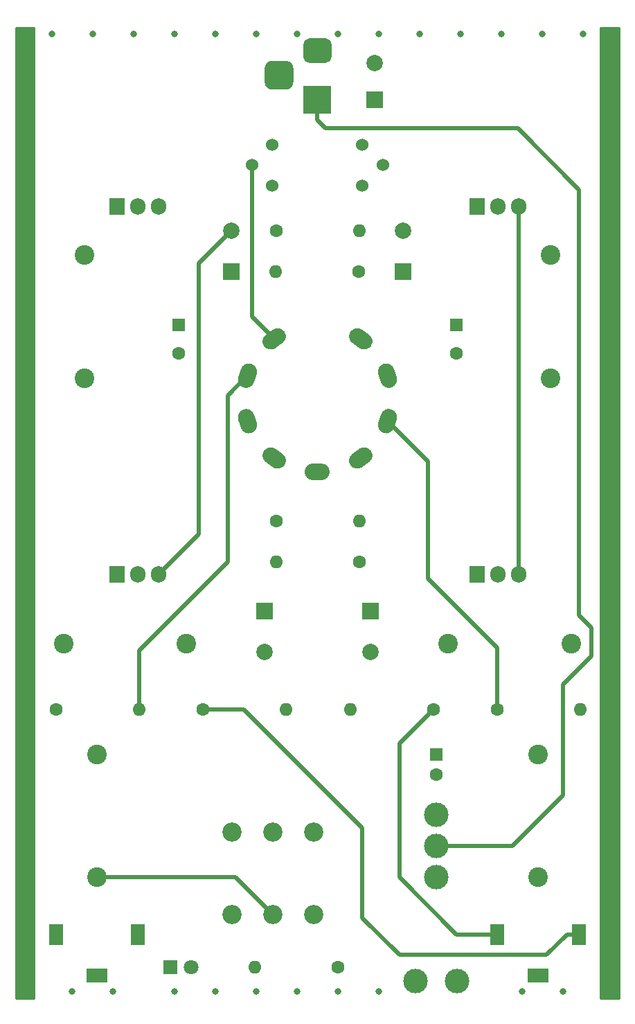
<source format=gbr>
G04 #@! TF.GenerationSoftware,KiCad,Pcbnew,(5.1.6)-1*
G04 #@! TF.CreationDate,2020-12-21T19:05:14-08:00*
G04 #@! TF.ProjectId,12AU7-Amplifier,31324155-372d-4416-9d70-6c6966696572,1.0*
G04 #@! TF.SameCoordinates,Original*
G04 #@! TF.FileFunction,Copper,L4,Bot*
G04 #@! TF.FilePolarity,Positive*
%FSLAX46Y46*%
G04 Gerber Fmt 4.6, Leading zero omitted, Abs format (unit mm)*
G04 Created by KiCad (PCBNEW (5.1.6)-1) date 2020-12-21 19:05:14*
%MOMM*%
%LPD*%
G01*
G04 APERTURE LIST*
G04 #@! TA.AperFunction,ComponentPad*
%ADD10C,2.400000*%
G04 #@! TD*
G04 #@! TA.AperFunction,ComponentPad*
%ADD11C,2.000000*%
G04 #@! TD*
G04 #@! TA.AperFunction,ComponentPad*
%ADD12R,2.000000X2.000000*%
G04 #@! TD*
G04 #@! TA.AperFunction,ComponentPad*
%ADD13O,1.905000X2.000000*%
G04 #@! TD*
G04 #@! TA.AperFunction,ComponentPad*
%ADD14R,1.905000X2.000000*%
G04 #@! TD*
G04 #@! TA.AperFunction,ComponentPad*
%ADD15O,1.600000X1.600000*%
G04 #@! TD*
G04 #@! TA.AperFunction,ComponentPad*
%ADD16C,1.600000*%
G04 #@! TD*
G04 #@! TA.AperFunction,ComponentPad*
%ADD17C,1.524000*%
G04 #@! TD*
G04 #@! TA.AperFunction,ComponentPad*
%ADD18R,1.600000X1.600000*%
G04 #@! TD*
G04 #@! TA.AperFunction,ComponentPad*
%ADD19C,3.000000*%
G04 #@! TD*
G04 #@! TA.AperFunction,ComponentPad*
%ADD20R,3.500000X3.500000*%
G04 #@! TD*
G04 #@! TA.AperFunction,ComponentPad*
%ADD21O,3.050000X2.030000*%
G04 #@! TD*
G04 #@! TA.AperFunction,ComponentPad*
%ADD22C,2.340000*%
G04 #@! TD*
G04 #@! TA.AperFunction,ComponentPad*
%ADD23R,2.500000X1.800000*%
G04 #@! TD*
G04 #@! TA.AperFunction,ComponentPad*
%ADD24R,1.800000X2.500000*%
G04 #@! TD*
G04 #@! TA.AperFunction,ComponentPad*
%ADD25C,1.800000*%
G04 #@! TD*
G04 #@! TA.AperFunction,ComponentPad*
%ADD26R,1.800000X1.800000*%
G04 #@! TD*
G04 #@! TA.AperFunction,ViaPad*
%ADD27C,0.800000*%
G04 #@! TD*
G04 #@! TA.AperFunction,Conductor*
%ADD28C,0.500000*%
G04 #@! TD*
G04 #@! TA.AperFunction,Conductor*
%ADD29C,0.254000*%
G04 #@! TD*
G04 APERTURE END LIST*
D10*
X95500000Y-134500000D03*
X95500000Y-119500000D03*
D11*
X129000000Y-107000000D03*
D12*
X129000000Y-102000000D03*
D13*
X147080000Y-97500000D03*
X144540000Y-97500000D03*
D14*
X142000000Y-97500000D03*
D13*
X103080000Y-97500000D03*
X100540000Y-97500000D03*
D14*
X98000000Y-97500000D03*
D13*
X147080000Y-52500000D03*
X144540000Y-52500000D03*
D14*
X142000000Y-52500000D03*
D13*
X103080000Y-52500000D03*
X100540000Y-52500000D03*
D14*
X98000000Y-52500000D03*
D15*
X127660000Y-55500000D03*
D16*
X117500000Y-55500000D03*
D15*
X117340000Y-60500000D03*
D16*
X127500000Y-60500000D03*
D11*
X133000000Y-55500000D03*
X112000000Y-55500000D03*
D12*
X133000000Y-60500000D03*
X112000000Y-60500000D03*
D11*
X129500000Y-35000000D03*
D12*
X129500000Y-39500000D03*
D17*
X128000000Y-50000000D03*
X130500000Y-47500000D03*
X128000000Y-45000000D03*
X117000000Y-45000000D03*
X114500000Y-47500000D03*
X117000000Y-50000000D03*
D16*
X139500000Y-70500000D03*
D18*
X139500000Y-67000000D03*
D16*
X105500000Y-70500000D03*
D18*
X105500000Y-67000000D03*
D10*
X138500000Y-106000000D03*
X153500000Y-106000000D03*
X106500000Y-106000000D03*
X91500000Y-106000000D03*
X151000000Y-73500000D03*
X151000000Y-58500000D03*
X94000000Y-58500000D03*
X94000000Y-73500000D03*
X149500000Y-134500000D03*
X149500000Y-119500000D03*
D19*
X139540000Y-147200000D03*
X134460000Y-147200000D03*
X137000000Y-126880000D03*
X137000000Y-130690000D03*
X137000000Y-134500000D03*
D20*
X122500000Y-39500000D03*
G04 #@! TA.AperFunction,ComponentPad*
G36*
G01*
X121500000Y-32000000D02*
X123500000Y-32000000D01*
G75*
G02*
X124250000Y-32750000I0J-750000D01*
G01*
X124250000Y-34250000D01*
G75*
G02*
X123500000Y-35000000I-750000J0D01*
G01*
X121500000Y-35000000D01*
G75*
G02*
X120750000Y-34250000I0J750000D01*
G01*
X120750000Y-32750000D01*
G75*
G02*
X121500000Y-32000000I750000J0D01*
G01*
G37*
G04 #@! TD.AperFunction*
G04 #@! TA.AperFunction,ComponentPad*
G36*
G01*
X116925000Y-34750000D02*
X118675000Y-34750000D01*
G75*
G02*
X119550000Y-35625000I0J-875000D01*
G01*
X119550000Y-37375000D01*
G75*
G02*
X118675000Y-38250000I-875000J0D01*
G01*
X116925000Y-38250000D01*
G75*
G02*
X116050000Y-37375000I0J875000D01*
G01*
X116050000Y-35625000D01*
G75*
G02*
X116925000Y-34750000I875000J0D01*
G01*
G37*
G04 #@! TD.AperFunction*
G04 #@! TA.AperFunction,ComponentPad*
G36*
G01*
X118219201Y-69241382D02*
X117394003Y-69840922D01*
G75*
G02*
X115976249Y-69616372I-596602J821152D01*
G01*
X115976249Y-69616372D01*
G75*
G02*
X116200799Y-68198618I821152J596602D01*
G01*
X117025997Y-67599078D01*
G75*
G02*
X118443751Y-67823628I596602J-821152D01*
G01*
X118443751Y-67823628D01*
G75*
G02*
X118219201Y-69241382I-821152J-596602D01*
G01*
G37*
G04 #@! TD.AperFunction*
G04 #@! TA.AperFunction,ComponentPad*
G36*
G01*
X115062921Y-73048613D02*
X114747723Y-74018691D01*
G75*
G02*
X113468749Y-74670361I-965322J313652D01*
G01*
X113468749Y-74670361D01*
G75*
G02*
X112817079Y-73391387I313652J965322D01*
G01*
X113132277Y-72421309D01*
G75*
G02*
X114411251Y-71769639I965322J-313652D01*
G01*
X114411251Y-71769639D01*
G75*
G02*
X115062921Y-73048613I-313652J-965322D01*
G01*
G37*
G04 #@! TD.AperFunction*
G04 #@! TA.AperFunction,ComponentPad*
G36*
G01*
X114747724Y-77981309D02*
X115062921Y-78951387D01*
G75*
G02*
X114411251Y-80230361I-965322J-313652D01*
G01*
X114411251Y-80230361D01*
G75*
G02*
X113132277Y-79578691I-313652J965322D01*
G01*
X112817079Y-78608613D01*
G75*
G02*
X113468749Y-77329639I965322J313652D01*
G01*
X113468749Y-77329639D01*
G75*
G02*
X114747723Y-77981309I313652J-965322D01*
G01*
G37*
G04 #@! TD.AperFunction*
G04 #@! TA.AperFunction,ComponentPad*
G36*
G01*
X117394003Y-82159077D02*
X118219201Y-82758618D01*
G75*
G02*
X118443751Y-84176372I-596602J-821152D01*
G01*
X118443751Y-84176372D01*
G75*
G02*
X117025997Y-84400922I-821152J596602D01*
G01*
X116200799Y-83801382D01*
G75*
G02*
X115976249Y-82383628I596602J821152D01*
G01*
X115976249Y-82383628D01*
G75*
G02*
X117394003Y-82159078I821152J-596602D01*
G01*
G37*
G04 #@! TD.AperFunction*
D21*
X122500000Y-85000000D03*
G04 #@! TA.AperFunction,ComponentPad*
G36*
G01*
X128799201Y-83801382D02*
X127974003Y-84400922D01*
G75*
G02*
X126556249Y-84176372I-596602J821152D01*
G01*
X126556249Y-84176372D01*
G75*
G02*
X126780799Y-82758618I821152J596602D01*
G01*
X127605997Y-82159078D01*
G75*
G02*
X129023751Y-82383628I596602J-821152D01*
G01*
X129023751Y-82383628D01*
G75*
G02*
X128799201Y-83801382I-821152J-596602D01*
G01*
G37*
G04 #@! TD.AperFunction*
G04 #@! TA.AperFunction,ComponentPad*
G36*
G01*
X132182921Y-78608613D02*
X131867723Y-79578691D01*
G75*
G02*
X130588749Y-80230361I-965322J313652D01*
G01*
X130588749Y-80230361D01*
G75*
G02*
X129937079Y-78951387I313652J965322D01*
G01*
X130252277Y-77981309D01*
G75*
G02*
X131531251Y-77329639I965322J-313652D01*
G01*
X131531251Y-77329639D01*
G75*
G02*
X132182921Y-78608613I-313652J-965322D01*
G01*
G37*
G04 #@! TD.AperFunction*
G04 #@! TA.AperFunction,ComponentPad*
G36*
G01*
X131867724Y-72421309D02*
X132182921Y-73391387D01*
G75*
G02*
X131531251Y-74670361I-965322J-313652D01*
G01*
X131531251Y-74670361D01*
G75*
G02*
X130252277Y-74018691I-313652J965322D01*
G01*
X129937079Y-73048613D01*
G75*
G02*
X130588749Y-71769639I965322J313652D01*
G01*
X130588749Y-71769639D01*
G75*
G02*
X131867723Y-72421309I313652J-965322D01*
G01*
G37*
G04 #@! TD.AperFunction*
G04 #@! TA.AperFunction,ComponentPad*
G36*
G01*
X127974003Y-67599077D02*
X128799201Y-68198618D01*
G75*
G02*
X129023751Y-69616372I-596602J-821152D01*
G01*
X129023751Y-69616372D01*
G75*
G02*
X127605997Y-69840922I-821152J596602D01*
G01*
X126780799Y-69241382D01*
G75*
G02*
X126556249Y-67823628I596602J821152D01*
G01*
X126556249Y-67823628D01*
G75*
G02*
X127974003Y-67599078I821152J-596602D01*
G01*
G37*
G04 #@! TD.AperFunction*
D22*
X112025400Y-129003720D03*
X117025400Y-129003720D03*
X122025400Y-129003720D03*
X112025400Y-139083720D03*
X117025400Y-139083720D03*
X122025400Y-139083720D03*
D15*
X126500000Y-114000000D03*
D16*
X136660000Y-114000000D03*
D15*
X118660000Y-114000000D03*
D16*
X108500000Y-114000000D03*
D15*
X117500000Y-96000000D03*
D16*
X127660000Y-96000000D03*
D15*
X127660000Y-91000000D03*
D16*
X117500000Y-91000000D03*
D15*
X114840000Y-145500000D03*
D16*
X125000000Y-145500000D03*
D15*
X154660000Y-114000000D03*
D16*
X144500000Y-114000000D03*
D15*
X100660000Y-114000000D03*
D16*
X90500000Y-114000000D03*
D23*
X149500000Y-146500000D03*
D24*
X154500000Y-141500000D03*
X144500000Y-141500000D03*
D23*
X95500000Y-146500000D03*
D24*
X100500000Y-141500000D03*
X90500000Y-141500000D03*
D25*
X107040000Y-145500000D03*
D26*
X104500000Y-145500000D03*
D11*
X116000000Y-107000000D03*
D12*
X116000000Y-102000000D03*
D16*
X137000000Y-122000000D03*
D18*
X137000000Y-119500000D03*
D27*
X158500000Y-32500000D03*
X158500000Y-37500000D03*
X158500000Y-42500000D03*
X158500000Y-47500000D03*
X158500000Y-57500000D03*
X158500000Y-52500000D03*
X158500000Y-67500000D03*
X158500000Y-62500000D03*
X158500000Y-72500000D03*
X158500000Y-77500000D03*
X158500000Y-82500000D03*
X158500000Y-87500000D03*
X158500000Y-97500000D03*
X158500000Y-102500000D03*
X158500000Y-92500000D03*
X158500000Y-117500000D03*
X158500000Y-107500000D03*
X158500000Y-112500000D03*
X158500000Y-127500000D03*
X158500000Y-132500000D03*
X158500000Y-122500000D03*
X158500000Y-137500000D03*
X158500000Y-142500000D03*
X86500000Y-32500000D03*
X86500000Y-82500000D03*
X86500000Y-132500000D03*
X86500000Y-42500000D03*
X86500000Y-137500000D03*
X86500000Y-87500000D03*
X86500000Y-112500000D03*
X86500000Y-102500000D03*
X86500000Y-62500000D03*
X86500000Y-92500000D03*
X86500000Y-117500000D03*
X86500000Y-142500000D03*
X86500000Y-52500000D03*
X86500000Y-77500000D03*
X86500000Y-107500000D03*
X86500000Y-37500000D03*
X86500000Y-67500000D03*
X86500000Y-97500000D03*
X86500000Y-47500000D03*
X86500000Y-57500000D03*
X86500000Y-122500000D03*
X86500000Y-72500000D03*
X86500000Y-127500000D03*
X92500000Y-148500000D03*
X105000000Y-148500000D03*
X110000000Y-148500000D03*
X115000000Y-148500000D03*
X120000000Y-148500000D03*
X125000000Y-148500000D03*
X130000000Y-148500000D03*
X152500000Y-148500000D03*
X90000000Y-31500000D03*
X155000000Y-31500000D03*
X115000000Y-31500000D03*
X110000000Y-31500000D03*
X100000000Y-31500000D03*
X120000000Y-31500000D03*
X130000000Y-31500000D03*
X95000000Y-31500000D03*
X145000000Y-31500000D03*
X105000000Y-31500000D03*
X140000000Y-31500000D03*
X135000000Y-31500000D03*
X125000000Y-31500000D03*
X150000000Y-31500000D03*
X158500000Y-147500000D03*
X86500000Y-147500000D03*
X147500000Y-148500000D03*
X97500000Y-148500000D03*
D28*
X112441680Y-134500000D02*
X117025400Y-139083720D01*
X95500000Y-134500000D02*
X112441680Y-134500000D01*
X100660000Y-114000000D02*
X100660000Y-106840000D01*
X100660000Y-106840000D02*
X111500000Y-96000000D01*
X111500000Y-75660000D02*
X113940000Y-73220000D01*
X111500000Y-96000000D02*
X111500000Y-75660000D01*
X144500000Y-114000000D02*
X144500000Y-106500000D01*
X144500000Y-106500000D02*
X136000000Y-98000000D01*
X136000000Y-83720000D02*
X131060000Y-78780000D01*
X136000000Y-98000000D02*
X136000000Y-83720000D01*
X123500000Y-43000000D02*
X122500000Y-42000000D01*
X122500000Y-42000000D02*
X122500000Y-39500000D01*
X147000000Y-43000000D02*
X123500000Y-43000000D01*
X154500000Y-50500000D02*
X147000000Y-43000000D01*
X156000000Y-104000000D02*
X154500000Y-102500000D01*
X156000000Y-107500000D02*
X156000000Y-104000000D01*
X152500000Y-111000000D02*
X156000000Y-107500000D01*
X152500000Y-124500000D02*
X152500000Y-111000000D01*
X146310000Y-130690000D02*
X152500000Y-124500000D01*
X154500000Y-102500000D02*
X154500000Y-50500000D01*
X137000000Y-130690000D02*
X146310000Y-130690000D01*
X114500000Y-66010000D02*
X114500000Y-47500000D01*
X117210000Y-68720000D02*
X114500000Y-66010000D01*
X150500000Y-144000000D02*
X153000000Y-141500000D01*
X132500000Y-144000000D02*
X150500000Y-144000000D01*
X128000000Y-128500000D02*
X128000000Y-139500000D01*
X128000000Y-139500000D02*
X132500000Y-144000000D01*
X113500000Y-114000000D02*
X128000000Y-128500000D01*
X153000000Y-141500000D02*
X154500000Y-141500000D01*
X108500000Y-114000000D02*
X113500000Y-114000000D01*
X112000000Y-55500000D02*
X108000000Y-59500000D01*
X108000000Y-92580000D02*
X103080000Y-97500000D01*
X108000000Y-59500000D02*
X108000000Y-92580000D01*
X136660000Y-114000000D02*
X132500000Y-118160000D01*
X132500000Y-118160000D02*
X132500000Y-134500000D01*
X139500000Y-141500000D02*
X144500000Y-141500000D01*
X132500000Y-134500000D02*
X139500000Y-141500000D01*
X147080000Y-52500000D02*
X147080000Y-97500000D01*
D29*
G36*
X159340001Y-149340000D02*
G01*
X157127000Y-149340000D01*
X157127000Y-30660000D01*
X159340000Y-30660000D01*
X159340001Y-149340000D01*
G37*
X159340001Y-149340000D02*
X157127000Y-149340000D01*
X157127000Y-30660000D01*
X159340000Y-30660000D01*
X159340001Y-149340000D01*
G36*
X87873000Y-149340000D02*
G01*
X85660000Y-149340000D01*
X85660000Y-30660000D01*
X87873000Y-30660000D01*
X87873000Y-149340000D01*
G37*
X87873000Y-149340000D02*
X85660000Y-149340000D01*
X85660000Y-30660000D01*
X87873000Y-30660000D01*
X87873000Y-149340000D01*
M02*

</source>
